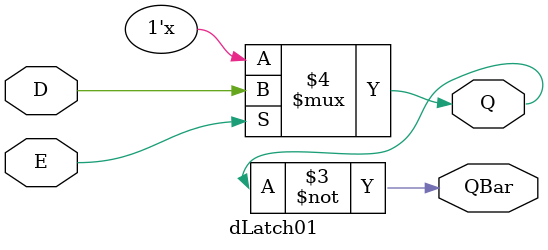
<source format=v>

module dLatch01(
	input      D, E,
	output reg Q,
	output     QBar
	);
	
	always @(E)
	begin
		if (E == 1'b1)
			Q<=D;
	end	
	assign QBar = ~Q;
	
endmodule
	
</source>
